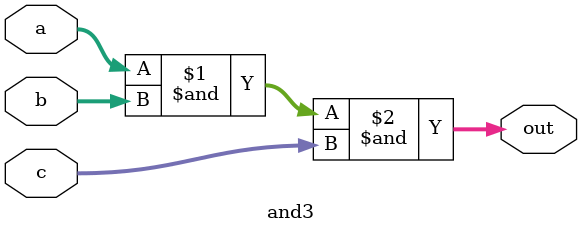
<source format=v>
module and3 (
    input [3:0] a,
    input [3:0] b,
    input [3:0] c,
    output reg [3:0] out
);

assign out = (a & b & c);

endmodule

</source>
